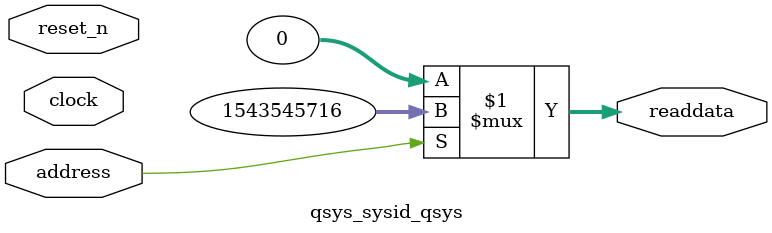
<source format=v>

`timescale 1ns / 1ps
// synthesis translate_on

// turn off superfluous verilog processor warnings 
// altera message_level Level1 
// altera message_off 10034 10035 10036 10037 10230 10240 10030 

module qsys_sysid_qsys (
               // inputs:
                address,
                clock,
                reset_n,

               // outputs:
                readdata
             )
;

  output  [ 31: 0] readdata;
  input            address;
  input            clock;
  input            reset_n;

  wire    [ 31: 0] readdata;
  //control_slave, which is an e_avalon_slave
  assign readdata = address ? 1543545716 : 0;

endmodule




</source>
